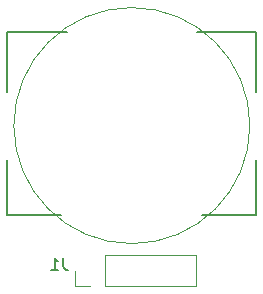
<source format=gbr>
%TF.GenerationSoftware,KiCad,Pcbnew,5.1.9-73d0e3b20d~88~ubuntu20.04.1*%
%TF.CreationDate,2021-06-28T21:50:03+02:00*%
%TF.ProjectId,watch,77617463-682e-46b6-9963-61645f706362,rev?*%
%TF.SameCoordinates,Original*%
%TF.FileFunction,Legend,Bot*%
%TF.FilePolarity,Positive*%
%FSLAX46Y46*%
G04 Gerber Fmt 4.6, Leading zero omitted, Abs format (unit mm)*
G04 Created by KiCad (PCBNEW 5.1.9-73d0e3b20d~88~ubuntu20.04.1) date 2021-06-28 21:50:03*
%MOMM*%
%LPD*%
G01*
G04 APERTURE LIST*
%ADD10C,0.120000*%
%ADD11C,0.127000*%
%ADD12C,0.150000*%
%ADD13C,3.800000*%
%ADD14C,2.600000*%
%ADD15R,1.500000X5.100000*%
%ADD16C,13.000000*%
%ADD17O,1.700000X1.700000*%
%ADD18R,1.700000X1.700000*%
G04 APERTURE END LIST*
D10*
X217511940Y-109474000D02*
G75*
G03*
X217511940Y-109474000I-9993940J0D01*
G01*
D11*
%TO.C,BT1*%
X218050000Y-101550000D02*
X218050000Y-106630000D01*
X213000000Y-101550000D02*
X218050000Y-101550000D01*
X196950000Y-101550000D02*
X202000000Y-101550000D01*
X196950000Y-106630000D02*
X196950000Y-101550000D01*
X218050000Y-117050000D02*
X218050000Y-112370000D01*
X213500000Y-117050000D02*
X218050000Y-117050000D01*
X196950000Y-117050000D02*
X201500000Y-117050000D01*
X196950000Y-112370000D02*
X196950000Y-117050000D01*
D10*
%TO.C,J1*%
X205270000Y-120420000D02*
X205270000Y-123080000D01*
X205270000Y-120420000D02*
X212950000Y-120420000D01*
X212950000Y-120420000D02*
X212950000Y-123080000D01*
X205270000Y-123080000D02*
X212950000Y-123080000D01*
X202670000Y-123080000D02*
X204000000Y-123080000D01*
X202670000Y-121750000D02*
X202670000Y-123080000D01*
D12*
X201691833Y-120673880D02*
X201691833Y-121388166D01*
X201739452Y-121531023D01*
X201834690Y-121626261D01*
X201977547Y-121673880D01*
X202072785Y-121673880D01*
X200691833Y-121673880D02*
X201263261Y-121673880D01*
X200977547Y-121673880D02*
X200977547Y-120673880D01*
X201072785Y-120816738D01*
X201168023Y-120911976D01*
X201263261Y-120959595D01*
%TD*%
%LPC*%
D13*
%TO.C,SW1*%
X193500000Y-113250000D03*
D14*
X193500000Y-113250000D03*
%TD*%
D15*
%TO.C,BT1*%
X218450000Y-109500000D03*
X196550000Y-109500000D03*
D16*
X207500000Y-109500000D03*
%TD*%
D17*
%TO.C,J1*%
X211620000Y-121750000D03*
X209080000Y-121750000D03*
X206540000Y-121750000D03*
D18*
X204000000Y-121750000D03*
%TD*%
D14*
%TO.C,SW5*%
X220640000Y-103380000D03*
D13*
X220640000Y-103380000D03*
%TD*%
D14*
%TO.C,SW4*%
X220640000Y-115620000D03*
D13*
X220640000Y-115620000D03*
%TD*%
D14*
%TO.C,SW3*%
X217750000Y-119750000D03*
D13*
X217750000Y-119750000D03*
%TD*%
D14*
%TO.C,SW2*%
X217750000Y-99250000D03*
D13*
X217750000Y-99250000D03*
%TD*%
M02*

</source>
